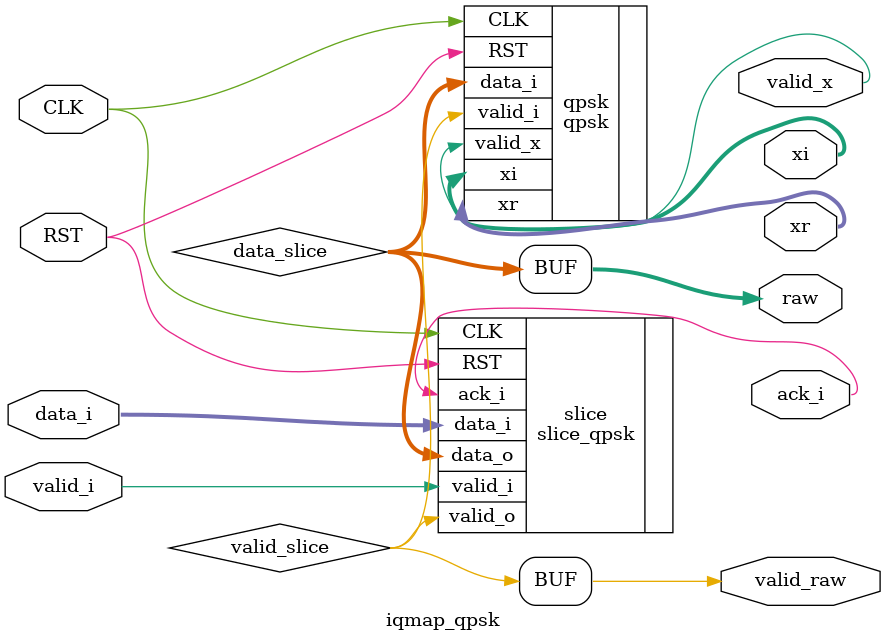
<source format=v>

module iqmap_qpsk
  (
   input         CLK,
   input         RST,

   input         valid_i,
   input [31:0]  data_i,
   output        ack_i,

   output [10:0] xr,
   output [10:0] xi,
   output        valid_x,

   output        valid_raw,
   output [1:0]  raw
   );
   
    wire [1:0]       data_slice;
    wire             valid_slice;

    slice_qpsk 
      slice
        (
         .CLK(CLK),
         .RST(RST),

         .valid_i(valid_i),
         .data_i(data_i),
         .ack_i(ack_i),

         .data_o(data_slice),
         .valid_o(valid_slice)
         );

    assign raw = data_slice;
    assign valid_raw = valid_slice;

    qpsk qpsk
      (
       .CLK(CLK),
       .RST(RST),

       .valid_i(valid_slice),
       .data_i(data_slice),

       .valid_x(valid_x),
       .xr(xr),
       .xi(xi));

endmodule

// Local Variables:
// compile-command: "cd ../../verilator/comm/iqmap_qpsk; ./runtest.sh"
// End:

</source>
